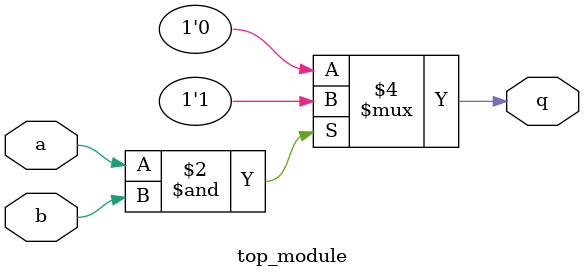
<source format=sv>
module top_module (
	input a, 
	input b, 
	output q
);

	always @* begin
		if (a & b) begin
			q = 1;
		end
		else begin
			q = 0;
		end
	end

endmodule

</source>
